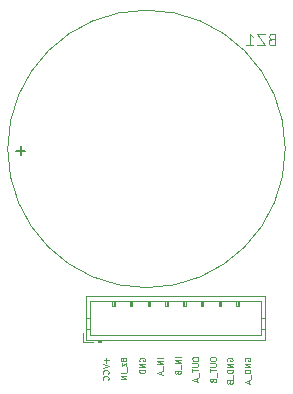
<source format=gbr>
%TF.GenerationSoftware,KiCad,Pcbnew,9.0.3*%
%TF.CreationDate,2025-07-22T15:46:12+03:00*%
%TF.ProjectId,buzzer_door_detect_board,62757a7a-6572-45f6-946f-6f725f646574,rev?*%
%TF.SameCoordinates,Original*%
%TF.FileFunction,Legend,Bot*%
%TF.FilePolarity,Positive*%
%FSLAX46Y46*%
G04 Gerber Fmt 4.6, Leading zero omitted, Abs format (unit mm)*
G04 Created by KiCad (PCBNEW 9.0.3) date 2025-07-22 15:46:12*
%MOMM*%
%LPD*%
G01*
G04 APERTURE LIST*
%ADD10C,0.125000*%
%ADD11C,0.100000*%
%ADD12C,0.150000*%
%ADD13C,0.120000*%
G04 APERTURE END LIST*
D10*
X53932309Y-76701283D02*
X53432309Y-76701283D01*
X53932309Y-76939378D02*
X53432309Y-76939378D01*
X53432309Y-76939378D02*
X53932309Y-77225092D01*
X53932309Y-77225092D02*
X53432309Y-77225092D01*
X53979928Y-77344141D02*
X53979928Y-77725093D01*
X53789452Y-77820331D02*
X53789452Y-78058426D01*
X53932309Y-77772712D02*
X53432309Y-77939378D01*
X53432309Y-77939378D02*
X53932309Y-78106045D01*
X60866119Y-76937474D02*
X60842309Y-76889855D01*
X60842309Y-76889855D02*
X60842309Y-76818426D01*
X60842309Y-76818426D02*
X60866119Y-76746998D01*
X60866119Y-76746998D02*
X60913738Y-76699379D01*
X60913738Y-76699379D02*
X60961357Y-76675569D01*
X60961357Y-76675569D02*
X61056595Y-76651760D01*
X61056595Y-76651760D02*
X61128023Y-76651760D01*
X61128023Y-76651760D02*
X61223261Y-76675569D01*
X61223261Y-76675569D02*
X61270880Y-76699379D01*
X61270880Y-76699379D02*
X61318500Y-76746998D01*
X61318500Y-76746998D02*
X61342309Y-76818426D01*
X61342309Y-76818426D02*
X61342309Y-76866045D01*
X61342309Y-76866045D02*
X61318500Y-76937474D01*
X61318500Y-76937474D02*
X61294690Y-76961283D01*
X61294690Y-76961283D02*
X61128023Y-76961283D01*
X61128023Y-76961283D02*
X61128023Y-76866045D01*
X61342309Y-77175569D02*
X60842309Y-77175569D01*
X60842309Y-77175569D02*
X61342309Y-77461283D01*
X61342309Y-77461283D02*
X60842309Y-77461283D01*
X61342309Y-77699379D02*
X60842309Y-77699379D01*
X60842309Y-77699379D02*
X60842309Y-77818427D01*
X60842309Y-77818427D02*
X60866119Y-77889855D01*
X60866119Y-77889855D02*
X60913738Y-77937474D01*
X60913738Y-77937474D02*
X60961357Y-77961284D01*
X60961357Y-77961284D02*
X61056595Y-77985093D01*
X61056595Y-77985093D02*
X61128023Y-77985093D01*
X61128023Y-77985093D02*
X61223261Y-77961284D01*
X61223261Y-77961284D02*
X61270880Y-77937474D01*
X61270880Y-77937474D02*
X61318500Y-77889855D01*
X61318500Y-77889855D02*
X61342309Y-77818427D01*
X61342309Y-77818427D02*
X61342309Y-77699379D01*
X61389928Y-78080332D02*
X61389928Y-78461284D01*
X61199452Y-78556522D02*
X61199452Y-78794617D01*
X61342309Y-78508903D02*
X60842309Y-78675569D01*
X60842309Y-78675569D02*
X61342309Y-78842236D01*
X56432309Y-76701283D02*
X56432309Y-76796521D01*
X56432309Y-76796521D02*
X56456119Y-76844140D01*
X56456119Y-76844140D02*
X56503738Y-76891759D01*
X56503738Y-76891759D02*
X56598976Y-76915569D01*
X56598976Y-76915569D02*
X56765642Y-76915569D01*
X56765642Y-76915569D02*
X56860880Y-76891759D01*
X56860880Y-76891759D02*
X56908500Y-76844140D01*
X56908500Y-76844140D02*
X56932309Y-76796521D01*
X56932309Y-76796521D02*
X56932309Y-76701283D01*
X56932309Y-76701283D02*
X56908500Y-76653664D01*
X56908500Y-76653664D02*
X56860880Y-76606045D01*
X56860880Y-76606045D02*
X56765642Y-76582236D01*
X56765642Y-76582236D02*
X56598976Y-76582236D01*
X56598976Y-76582236D02*
X56503738Y-76606045D01*
X56503738Y-76606045D02*
X56456119Y-76653664D01*
X56456119Y-76653664D02*
X56432309Y-76701283D01*
X56432309Y-77129855D02*
X56837071Y-77129855D01*
X56837071Y-77129855D02*
X56884690Y-77153665D01*
X56884690Y-77153665D02*
X56908500Y-77177474D01*
X56908500Y-77177474D02*
X56932309Y-77225093D01*
X56932309Y-77225093D02*
X56932309Y-77320331D01*
X56932309Y-77320331D02*
X56908500Y-77367950D01*
X56908500Y-77367950D02*
X56884690Y-77391760D01*
X56884690Y-77391760D02*
X56837071Y-77415569D01*
X56837071Y-77415569D02*
X56432309Y-77415569D01*
X56432309Y-77582237D02*
X56432309Y-77867951D01*
X56932309Y-77725094D02*
X56432309Y-77725094D01*
X56979928Y-77915570D02*
X56979928Y-78296522D01*
X56789452Y-78391760D02*
X56789452Y-78629855D01*
X56932309Y-78344141D02*
X56432309Y-78510807D01*
X56432309Y-78510807D02*
X56932309Y-78677474D01*
X51956119Y-76937474D02*
X51932309Y-76889855D01*
X51932309Y-76889855D02*
X51932309Y-76818426D01*
X51932309Y-76818426D02*
X51956119Y-76746998D01*
X51956119Y-76746998D02*
X52003738Y-76699379D01*
X52003738Y-76699379D02*
X52051357Y-76675569D01*
X52051357Y-76675569D02*
X52146595Y-76651760D01*
X52146595Y-76651760D02*
X52218023Y-76651760D01*
X52218023Y-76651760D02*
X52313261Y-76675569D01*
X52313261Y-76675569D02*
X52360880Y-76699379D01*
X52360880Y-76699379D02*
X52408500Y-76746998D01*
X52408500Y-76746998D02*
X52432309Y-76818426D01*
X52432309Y-76818426D02*
X52432309Y-76866045D01*
X52432309Y-76866045D02*
X52408500Y-76937474D01*
X52408500Y-76937474D02*
X52384690Y-76961283D01*
X52384690Y-76961283D02*
X52218023Y-76961283D01*
X52218023Y-76961283D02*
X52218023Y-76866045D01*
X52432309Y-77175569D02*
X51932309Y-77175569D01*
X51932309Y-77175569D02*
X52432309Y-77461283D01*
X52432309Y-77461283D02*
X51932309Y-77461283D01*
X52432309Y-77699379D02*
X51932309Y-77699379D01*
X51932309Y-77699379D02*
X51932309Y-77818427D01*
X51932309Y-77818427D02*
X51956119Y-77889855D01*
X51956119Y-77889855D02*
X52003738Y-77937474D01*
X52003738Y-77937474D02*
X52051357Y-77961284D01*
X52051357Y-77961284D02*
X52146595Y-77985093D01*
X52146595Y-77985093D02*
X52218023Y-77985093D01*
X52218023Y-77985093D02*
X52313261Y-77961284D01*
X52313261Y-77961284D02*
X52360880Y-77937474D01*
X52360880Y-77937474D02*
X52408500Y-77889855D01*
X52408500Y-77889855D02*
X52432309Y-77818427D01*
X52432309Y-77818427D02*
X52432309Y-77699379D01*
X55432309Y-76606045D02*
X54932309Y-76606045D01*
X55432309Y-76844140D02*
X54932309Y-76844140D01*
X54932309Y-76844140D02*
X55432309Y-77129854D01*
X55432309Y-77129854D02*
X54932309Y-77129854D01*
X55479928Y-77248903D02*
X55479928Y-77629855D01*
X55170404Y-77915569D02*
X55194214Y-77986997D01*
X55194214Y-77986997D02*
X55218023Y-78010807D01*
X55218023Y-78010807D02*
X55265642Y-78034616D01*
X55265642Y-78034616D02*
X55337071Y-78034616D01*
X55337071Y-78034616D02*
X55384690Y-78010807D01*
X55384690Y-78010807D02*
X55408500Y-77986997D01*
X55408500Y-77986997D02*
X55432309Y-77939378D01*
X55432309Y-77939378D02*
X55432309Y-77748902D01*
X55432309Y-77748902D02*
X54932309Y-77748902D01*
X54932309Y-77748902D02*
X54932309Y-77915569D01*
X54932309Y-77915569D02*
X54956119Y-77963188D01*
X54956119Y-77963188D02*
X54979928Y-77986997D01*
X54979928Y-77986997D02*
X55027547Y-78010807D01*
X55027547Y-78010807D02*
X55075166Y-78010807D01*
X55075166Y-78010807D02*
X55122785Y-77986997D01*
X55122785Y-77986997D02*
X55146595Y-77963188D01*
X55146595Y-77963188D02*
X55170404Y-77915569D01*
X55170404Y-77915569D02*
X55170404Y-77748902D01*
X57932309Y-76701283D02*
X57932309Y-76796521D01*
X57932309Y-76796521D02*
X57956119Y-76844140D01*
X57956119Y-76844140D02*
X58003738Y-76891759D01*
X58003738Y-76891759D02*
X58098976Y-76915569D01*
X58098976Y-76915569D02*
X58265642Y-76915569D01*
X58265642Y-76915569D02*
X58360880Y-76891759D01*
X58360880Y-76891759D02*
X58408500Y-76844140D01*
X58408500Y-76844140D02*
X58432309Y-76796521D01*
X58432309Y-76796521D02*
X58432309Y-76701283D01*
X58432309Y-76701283D02*
X58408500Y-76653664D01*
X58408500Y-76653664D02*
X58360880Y-76606045D01*
X58360880Y-76606045D02*
X58265642Y-76582236D01*
X58265642Y-76582236D02*
X58098976Y-76582236D01*
X58098976Y-76582236D02*
X58003738Y-76606045D01*
X58003738Y-76606045D02*
X57956119Y-76653664D01*
X57956119Y-76653664D02*
X57932309Y-76701283D01*
X57932309Y-77129855D02*
X58337071Y-77129855D01*
X58337071Y-77129855D02*
X58384690Y-77153665D01*
X58384690Y-77153665D02*
X58408500Y-77177474D01*
X58408500Y-77177474D02*
X58432309Y-77225093D01*
X58432309Y-77225093D02*
X58432309Y-77320331D01*
X58432309Y-77320331D02*
X58408500Y-77367950D01*
X58408500Y-77367950D02*
X58384690Y-77391760D01*
X58384690Y-77391760D02*
X58337071Y-77415569D01*
X58337071Y-77415569D02*
X57932309Y-77415569D01*
X57932309Y-77582237D02*
X57932309Y-77867951D01*
X58432309Y-77725094D02*
X57932309Y-77725094D01*
X58479928Y-77915570D02*
X58479928Y-78296522D01*
X58170404Y-78582236D02*
X58194214Y-78653664D01*
X58194214Y-78653664D02*
X58218023Y-78677474D01*
X58218023Y-78677474D02*
X58265642Y-78701283D01*
X58265642Y-78701283D02*
X58337071Y-78701283D01*
X58337071Y-78701283D02*
X58384690Y-78677474D01*
X58384690Y-78677474D02*
X58408500Y-78653664D01*
X58408500Y-78653664D02*
X58432309Y-78606045D01*
X58432309Y-78606045D02*
X58432309Y-78415569D01*
X58432309Y-78415569D02*
X57932309Y-78415569D01*
X57932309Y-78415569D02*
X57932309Y-78582236D01*
X57932309Y-78582236D02*
X57956119Y-78629855D01*
X57956119Y-78629855D02*
X57979928Y-78653664D01*
X57979928Y-78653664D02*
X58027547Y-78677474D01*
X58027547Y-78677474D02*
X58075166Y-78677474D01*
X58075166Y-78677474D02*
X58122785Y-78653664D01*
X58122785Y-78653664D02*
X58146595Y-78629855D01*
X58146595Y-78629855D02*
X58170404Y-78582236D01*
X58170404Y-78582236D02*
X58170404Y-78415569D01*
X49151833Y-76675569D02*
X49151833Y-77056522D01*
X49342309Y-76866045D02*
X48961357Y-76866045D01*
X48842309Y-77223189D02*
X49342309Y-77389855D01*
X49342309Y-77389855D02*
X48842309Y-77556522D01*
X49294690Y-78008902D02*
X49318500Y-77985093D01*
X49318500Y-77985093D02*
X49342309Y-77913664D01*
X49342309Y-77913664D02*
X49342309Y-77866045D01*
X49342309Y-77866045D02*
X49318500Y-77794617D01*
X49318500Y-77794617D02*
X49270880Y-77746998D01*
X49270880Y-77746998D02*
X49223261Y-77723188D01*
X49223261Y-77723188D02*
X49128023Y-77699379D01*
X49128023Y-77699379D02*
X49056595Y-77699379D01*
X49056595Y-77699379D02*
X48961357Y-77723188D01*
X48961357Y-77723188D02*
X48913738Y-77746998D01*
X48913738Y-77746998D02*
X48866119Y-77794617D01*
X48866119Y-77794617D02*
X48842309Y-77866045D01*
X48842309Y-77866045D02*
X48842309Y-77913664D01*
X48842309Y-77913664D02*
X48866119Y-77985093D01*
X48866119Y-77985093D02*
X48889928Y-78008902D01*
X49294690Y-78508902D02*
X49318500Y-78485093D01*
X49318500Y-78485093D02*
X49342309Y-78413664D01*
X49342309Y-78413664D02*
X49342309Y-78366045D01*
X49342309Y-78366045D02*
X49318500Y-78294617D01*
X49318500Y-78294617D02*
X49270880Y-78246998D01*
X49270880Y-78246998D02*
X49223261Y-78223188D01*
X49223261Y-78223188D02*
X49128023Y-78199379D01*
X49128023Y-78199379D02*
X49056595Y-78199379D01*
X49056595Y-78199379D02*
X48961357Y-78223188D01*
X48961357Y-78223188D02*
X48913738Y-78246998D01*
X48913738Y-78246998D02*
X48866119Y-78294617D01*
X48866119Y-78294617D02*
X48842309Y-78366045D01*
X48842309Y-78366045D02*
X48842309Y-78413664D01*
X48842309Y-78413664D02*
X48866119Y-78485093D01*
X48866119Y-78485093D02*
X48889928Y-78508902D01*
X59366119Y-76937474D02*
X59342309Y-76889855D01*
X59342309Y-76889855D02*
X59342309Y-76818426D01*
X59342309Y-76818426D02*
X59366119Y-76746998D01*
X59366119Y-76746998D02*
X59413738Y-76699379D01*
X59413738Y-76699379D02*
X59461357Y-76675569D01*
X59461357Y-76675569D02*
X59556595Y-76651760D01*
X59556595Y-76651760D02*
X59628023Y-76651760D01*
X59628023Y-76651760D02*
X59723261Y-76675569D01*
X59723261Y-76675569D02*
X59770880Y-76699379D01*
X59770880Y-76699379D02*
X59818500Y-76746998D01*
X59818500Y-76746998D02*
X59842309Y-76818426D01*
X59842309Y-76818426D02*
X59842309Y-76866045D01*
X59842309Y-76866045D02*
X59818500Y-76937474D01*
X59818500Y-76937474D02*
X59794690Y-76961283D01*
X59794690Y-76961283D02*
X59628023Y-76961283D01*
X59628023Y-76961283D02*
X59628023Y-76866045D01*
X59842309Y-77175569D02*
X59342309Y-77175569D01*
X59342309Y-77175569D02*
X59842309Y-77461283D01*
X59842309Y-77461283D02*
X59342309Y-77461283D01*
X59842309Y-77699379D02*
X59342309Y-77699379D01*
X59342309Y-77699379D02*
X59342309Y-77818427D01*
X59342309Y-77818427D02*
X59366119Y-77889855D01*
X59366119Y-77889855D02*
X59413738Y-77937474D01*
X59413738Y-77937474D02*
X59461357Y-77961284D01*
X59461357Y-77961284D02*
X59556595Y-77985093D01*
X59556595Y-77985093D02*
X59628023Y-77985093D01*
X59628023Y-77985093D02*
X59723261Y-77961284D01*
X59723261Y-77961284D02*
X59770880Y-77937474D01*
X59770880Y-77937474D02*
X59818500Y-77889855D01*
X59818500Y-77889855D02*
X59842309Y-77818427D01*
X59842309Y-77818427D02*
X59842309Y-77699379D01*
X59889928Y-78080332D02*
X59889928Y-78461284D01*
X59580404Y-78746998D02*
X59604214Y-78818426D01*
X59604214Y-78818426D02*
X59628023Y-78842236D01*
X59628023Y-78842236D02*
X59675642Y-78866045D01*
X59675642Y-78866045D02*
X59747071Y-78866045D01*
X59747071Y-78866045D02*
X59794690Y-78842236D01*
X59794690Y-78842236D02*
X59818500Y-78818426D01*
X59818500Y-78818426D02*
X59842309Y-78770807D01*
X59842309Y-78770807D02*
X59842309Y-78580331D01*
X59842309Y-78580331D02*
X59342309Y-78580331D01*
X59342309Y-78580331D02*
X59342309Y-78746998D01*
X59342309Y-78746998D02*
X59366119Y-78794617D01*
X59366119Y-78794617D02*
X59389928Y-78818426D01*
X59389928Y-78818426D02*
X59437547Y-78842236D01*
X59437547Y-78842236D02*
X59485166Y-78842236D01*
X59485166Y-78842236D02*
X59532785Y-78818426D01*
X59532785Y-78818426D02*
X59556595Y-78794617D01*
X59556595Y-78794617D02*
X59580404Y-78746998D01*
X59580404Y-78746998D02*
X59580404Y-78580331D01*
X50580404Y-76842236D02*
X50604214Y-76913664D01*
X50604214Y-76913664D02*
X50628023Y-76937474D01*
X50628023Y-76937474D02*
X50675642Y-76961283D01*
X50675642Y-76961283D02*
X50747071Y-76961283D01*
X50747071Y-76961283D02*
X50794690Y-76937474D01*
X50794690Y-76937474D02*
X50818500Y-76913664D01*
X50818500Y-76913664D02*
X50842309Y-76866045D01*
X50842309Y-76866045D02*
X50842309Y-76675569D01*
X50842309Y-76675569D02*
X50342309Y-76675569D01*
X50342309Y-76675569D02*
X50342309Y-76842236D01*
X50342309Y-76842236D02*
X50366119Y-76889855D01*
X50366119Y-76889855D02*
X50389928Y-76913664D01*
X50389928Y-76913664D02*
X50437547Y-76937474D01*
X50437547Y-76937474D02*
X50485166Y-76937474D01*
X50485166Y-76937474D02*
X50532785Y-76913664D01*
X50532785Y-76913664D02*
X50556595Y-76889855D01*
X50556595Y-76889855D02*
X50580404Y-76842236D01*
X50580404Y-76842236D02*
X50580404Y-76675569D01*
X50508976Y-77127950D02*
X50508976Y-77389855D01*
X50508976Y-77389855D02*
X50842309Y-77127950D01*
X50842309Y-77127950D02*
X50842309Y-77389855D01*
X50889928Y-77461284D02*
X50889928Y-77842236D01*
X50842309Y-77961283D02*
X50342309Y-77961283D01*
X50842309Y-78199378D02*
X50342309Y-78199378D01*
X50342309Y-78199378D02*
X50842309Y-78485092D01*
X50842309Y-78485092D02*
X50342309Y-78485092D01*
D11*
X63130952Y-49683609D02*
X62988095Y-49731228D01*
X62988095Y-49731228D02*
X62940476Y-49778847D01*
X62940476Y-49778847D02*
X62892857Y-49874085D01*
X62892857Y-49874085D02*
X62892857Y-50016942D01*
X62892857Y-50016942D02*
X62940476Y-50112180D01*
X62940476Y-50112180D02*
X62988095Y-50159800D01*
X62988095Y-50159800D02*
X63083333Y-50207419D01*
X63083333Y-50207419D02*
X63464285Y-50207419D01*
X63464285Y-50207419D02*
X63464285Y-49207419D01*
X63464285Y-49207419D02*
X63130952Y-49207419D01*
X63130952Y-49207419D02*
X63035714Y-49255038D01*
X63035714Y-49255038D02*
X62988095Y-49302657D01*
X62988095Y-49302657D02*
X62940476Y-49397895D01*
X62940476Y-49397895D02*
X62940476Y-49493133D01*
X62940476Y-49493133D02*
X62988095Y-49588371D01*
X62988095Y-49588371D02*
X63035714Y-49635990D01*
X63035714Y-49635990D02*
X63130952Y-49683609D01*
X63130952Y-49683609D02*
X63464285Y-49683609D01*
X62559523Y-49207419D02*
X61892857Y-49207419D01*
X61892857Y-49207419D02*
X62559523Y-50207419D01*
X62559523Y-50207419D02*
X61892857Y-50207419D01*
X60988095Y-50207419D02*
X61559523Y-50207419D01*
X61273809Y-50207419D02*
X61273809Y-49207419D01*
X61273809Y-49207419D02*
X61369047Y-49350276D01*
X61369047Y-49350276D02*
X61464285Y-49445514D01*
X61464285Y-49445514D02*
X61559523Y-49493133D01*
D12*
X42270951Y-59113866D02*
X41509047Y-59113866D01*
X41889999Y-59494819D02*
X41889999Y-58732914D01*
D13*
%TO.C,BZ1*%
X64290000Y-58970000D02*
G75*
G02*
X40790000Y-58970000I-11750000J0D01*
G01*
X40790000Y-58970000D02*
G75*
G02*
X64290000Y-58970000I11750000J0D01*
G01*
%TO.C,J10*%
X47190000Y-75360000D02*
X47190000Y-74560000D01*
X47390000Y-71440000D02*
X62610000Y-71440000D01*
X47390000Y-73250000D02*
X47790000Y-73250000D01*
X47390000Y-74250000D02*
X47790000Y-74250000D01*
X47390000Y-75160000D02*
X47390000Y-71440000D01*
X47790000Y-71840000D02*
X62210000Y-71840000D01*
X47790000Y-74760000D02*
X47790000Y-71840000D01*
X47990000Y-75360000D02*
X47190000Y-75360000D01*
X48400000Y-75360000D02*
X48400000Y-75160000D01*
X48700000Y-75160000D02*
X48700000Y-75360000D01*
X48700000Y-75260000D02*
X48400000Y-75260000D01*
X48700000Y-75360000D02*
X48400000Y-75360000D01*
X49650000Y-71840000D02*
X49650000Y-72240000D01*
X49650000Y-72240000D02*
X49850000Y-72240000D01*
X49750000Y-71840000D02*
X49750000Y-72240000D01*
X49850000Y-72240000D02*
X49850000Y-71840000D01*
X51150000Y-71840000D02*
X51150000Y-72240000D01*
X51150000Y-72240000D02*
X51350000Y-72240000D01*
X51250000Y-71840000D02*
X51250000Y-72240000D01*
X51350000Y-72240000D02*
X51350000Y-71840000D01*
X52650000Y-71840000D02*
X52650000Y-72240000D01*
X52650000Y-72240000D02*
X52850000Y-72240000D01*
X52750000Y-71840000D02*
X52750000Y-72240000D01*
X52850000Y-72240000D02*
X52850000Y-71840000D01*
X54150000Y-71840000D02*
X54150000Y-72240000D01*
X54150000Y-72240000D02*
X54350000Y-72240000D01*
X54250000Y-71840000D02*
X54250000Y-72240000D01*
X54350000Y-72240000D02*
X54350000Y-71840000D01*
X55650000Y-71840000D02*
X55650000Y-72240000D01*
X55650000Y-72240000D02*
X55850000Y-72240000D01*
X55750000Y-71840000D02*
X55750000Y-72240000D01*
X55850000Y-72240000D02*
X55850000Y-71840000D01*
X57150000Y-71840000D02*
X57150000Y-72240000D01*
X57150000Y-72240000D02*
X57350000Y-72240000D01*
X57250000Y-71840000D02*
X57250000Y-72240000D01*
X57350000Y-72240000D02*
X57350000Y-71840000D01*
X58650000Y-71840000D02*
X58650000Y-72240000D01*
X58650000Y-72240000D02*
X58850000Y-72240000D01*
X58750000Y-71840000D02*
X58750000Y-72240000D01*
X58850000Y-72240000D02*
X58850000Y-71840000D01*
X60150000Y-71840000D02*
X60150000Y-72240000D01*
X60150000Y-72240000D02*
X60350000Y-72240000D01*
X60250000Y-71840000D02*
X60250000Y-72240000D01*
X60350000Y-72240000D02*
X60350000Y-71840000D01*
X62210000Y-71840000D02*
X62210000Y-74760000D01*
X62210000Y-74760000D02*
X47790000Y-74760000D01*
X62610000Y-71440000D02*
X62610000Y-75160000D01*
X62610000Y-73250000D02*
X62210000Y-73250000D01*
X62610000Y-74250000D02*
X62210000Y-74250000D01*
X62610000Y-75160000D02*
X47390000Y-75160000D01*
%TD*%
M02*

</source>
